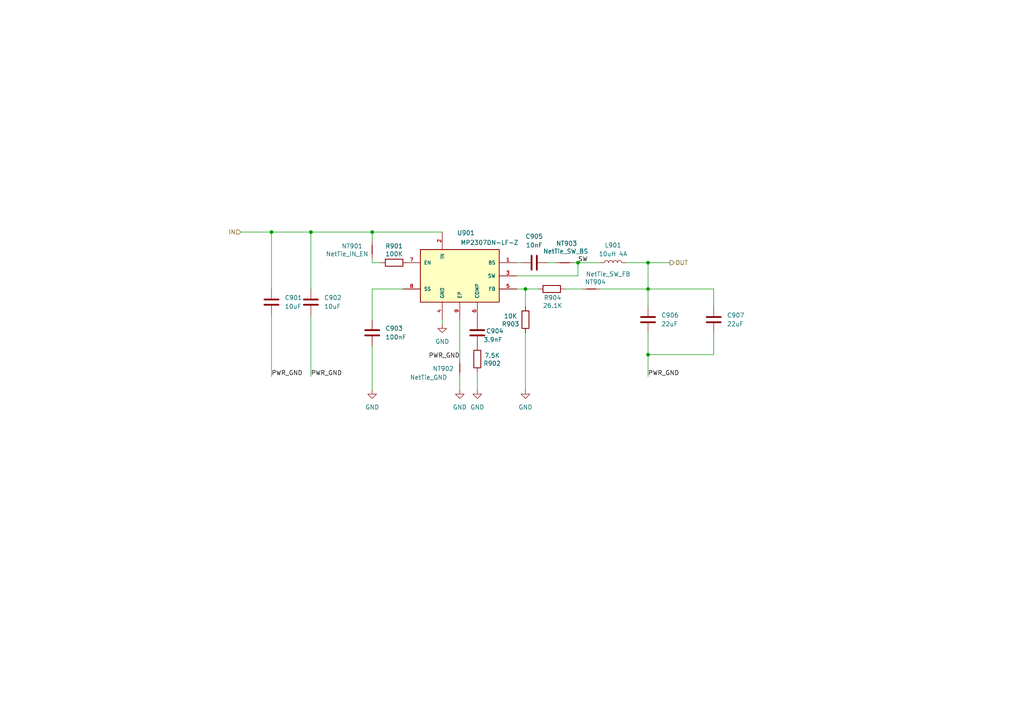
<source format=kicad_sch>
(kicad_sch (version 20250114) (generator "eeschema") (generator_version "9.0")
  (paper "A4")
  (lib_symbols
    (symbol "Device:C" (pin_numbers (hide yes)) (pin_names (offset 0.254))
      (property "Reference" "C" (at 0.635 2.54 0))
      (property "Value" "C" (at 0.635 -2.54 0))
      (symbol "C_0_1"
        (polyline (pts (xy -2.032 0.762) (xy 2.032 0.762)) (stroke (width 0.508)))
        (polyline (pts (xy -2.032 -0.762) (xy 2.032 -0.762)) (stroke (width 0.508)))
      )
      (symbol "C_1_1"
        (pin passive line (at 0 3.81 270) (length 2.794) (name "~") (number "1"))
        (pin passive line (at 0 -3.81 90) (length 2.794) (name "~") (number "2"))
      )
    )
    (symbol "Device:L" (pin_numbers (hide yes)) (pin_names (offset 1.016) (hide yes))
      (property "Reference" "L" (at -1.27 0 90))
      (property "Value" "L" (at 1.905 0 90))
      (symbol "L_0_1"
        (arc (start 0 2.54) (mid 0.6323 1.905) (end 0 1.27))
        (arc (start 0 1.27) (mid 0.6323 0.635) (end 0 0))
        (arc (start 0 0) (mid 0.6323 -0.635) (end 0 -1.27))
        (arc (start 0 -1.27) (mid 0.6323 -1.905) (end 0 -2.54))
      )
      (symbol "L_1_1"
        (pin passive line (at 0 3.81 270) (length 1.27) (name "1") (number "1"))
        (pin passive line (at 0 -3.81 90) (length 1.27) (name "2") (number "2"))
      )
    )
    (symbol "Device:NetTie_2" (pin_numbers (hide yes)) (pin_names (offset 0) (hide yes)) (in_bom no)
      (property "Reference" "NT" (at 0 1.27 0))
      (property "Value" "NetTie_2" (at 0 -1.27 0))
      (symbol "NetTie_2_0_1"
        (polyline (pts (xy -1.27 0) (xy 1.27 0)) (stroke (width 0.254)))
      )
      (symbol "NetTie_2_1_1"
        (pin passive line (at -2.54 0 0) (length 2.54) (name "1") (number "1"))
        (pin passive line (at 2.54 0 180) (length 2.54) (name "2") (number "2"))
      )
    )
    (symbol "Device:R" (pin_numbers (hide yes)) (pin_names (offset 0))
      (property "Reference" "R" (at 2.032 0 90))
      (property "Value" "R" (at 0 0 90))
      (symbol "R_0_1"
        (rectangle (start -1.016 -2.54) (end 1.016 2.54) (stroke (width 0.254)))
      )
      (symbol "R_1_1"
        (pin passive line (at 0 3.81 270) (length 1.27) (name "~") (number "1"))
        (pin passive line (at 0 -3.81 90) (length 1.27) (name "~") (number "2"))
      )
    )
    (symbol "NosLib:MP2307DN-LF-Z" (pin_names (offset 1.016))
      (property "Reference" "U" (at 0.762 11.43 0))
      (property "Value" "MP2307DN-LF-Z" (at 0.762 8.89 0))
      (symbol "MP2307DN-LF-Z_0_0"
        (rectangle (start -11.43 7.62) (end 11.43 -7.62) (stroke (width 0.254)) (fill (type background)))
        (pin input line (at -16.51 3.81 0) (length 5.08) (name "EN") (number "7"))
        (pin passive line (at -16.51 -3.81 0) (length 5.08) (name "SS") (number "8"))
        (pin power_in line (at -5.08 -12.7 90) (length 5.08) (name "GND") (number "4"))
        (pin passive line (at 5.08 -12.7 90) (length 5.08) (name "COMP") (number "6"))
        (pin passive line (at 16.51 3.81 180) (length 5.08) (name "BS") (number "1"))
        (pin output line (at 16.51 0 180) (length 5.08) (name "SW") (number "3"))
        (pin input line (at 16.51 -3.81 180) (length 5.08) (name "FB") (number "5"))
      )
      (symbol "MP2307DN-LF-Z_1_0"
        (pin power_in line (at -5.08 12.7 270) (length 5.08) (name "IN") (number "2"))
        (pin input line (at 0 -12.7 90) (length 5.08) (name "EP") (number "9"))
      )
    )
    (symbol "power:GND" (power) (pin_numbers (hide yes)) (pin_names (offset 0) (hide yes))
      (property "Value" "GND" (at 0 -3.81 0))
      (symbol "GND_0_1"
        (polyline (pts (xy 0 0) (xy 0 -1.27) (xy 1.27 -1.27) (xy 0 -2.54) (xy -1.27 -1.27) (xy 0 -1.27)))
      )
      (symbol "GND_1_1"
        (pin power_in line (at 0 0 270) (length 0) (name "~") (number "1"))
      )
    )
  )
  (junction (at 167.64 76.2))
  (junction (at 107.95 67.31))
  (junction (at 78.74 67.31))
  (junction (at 152.4 83.82))
  (junction (at 90.17 67.31))
  (junction (at 187.96 102.87))
  (junction (at 187.96 83.82))
  (junction (at 187.96 76.2))
  (wire (pts (xy 187.96 76.2) (xy 187.96 83.82)))
  (wire (pts (xy 69.85 67.31) (xy 78.74 67.31)))
  (wire (pts (xy 116.84 83.82) (xy 107.95 83.82)))
  (wire (pts (xy 78.74 109.22) (xy 78.74 91.44)))
  (wire (pts (xy 90.17 67.31) (xy 90.17 83.82)))
  (wire (pts (xy 187.96 102.87) (xy 207.01 102.87)))
  (wire (pts (xy 118.11 76.2) (xy 116.84 76.2)))
  (wire (pts (xy 207.01 96.52) (xy 207.01 102.87)))
  (wire (pts (xy 90.17 91.44) (xy 90.17 109.22)))
  (wire (pts (xy 181.61 76.2) (xy 187.96 76.2)))
  (wire (pts (xy 107.95 74.93) (xy 107.95 76.2)))
  (wire (pts (xy 133.35 92.71) (xy 133.35 104.14)))
  (wire (pts (xy 163.83 83.82) (xy 168.91 83.82)))
  (wire (pts (xy 166.37 76.2) (xy 167.64 76.2)))
  (wire (pts (xy 110.49 76.2) (xy 107.95 76.2)))
  (wire (pts (xy 187.96 96.52) (xy 187.96 102.87)))
  (wire (pts (xy 107.95 113.03) (xy 107.95 100.33)))
  (wire (pts (xy 107.95 67.31) (xy 107.95 69.85)))
  (wire (pts (xy 152.4 83.82) (xy 156.21 83.82)))
  (wire (pts (xy 90.17 67.31) (xy 107.95 67.31)))
  (wire (pts (xy 187.96 83.82) (xy 207.01 83.82)))
  (wire (pts (xy 149.86 83.82) (xy 152.4 83.82)))
  (wire (pts (xy 158.75 76.2) (xy 161.29 76.2)))
  (wire (pts (xy 138.43 113.03) (xy 138.43 107.95)))
  (wire (pts (xy 151.13 76.2) (xy 149.86 76.2)))
  (wire (pts (xy 167.64 76.2) (xy 167.64 80.01)))
  (wire (pts (xy 90.17 67.31) (xy 78.74 67.31)))
  (wire (pts (xy 152.4 83.82) (xy 152.4 88.9)))
  (wire (pts (xy 128.27 93.98) (xy 128.27 92.71)))
  (wire (pts (xy 173.99 83.82) (xy 187.96 83.82)))
  (wire (pts (xy 187.96 83.82) (xy 187.96 88.9)))
  (wire (pts (xy 107.95 83.82) (xy 107.95 92.71)))
  (wire (pts (xy 187.96 102.87) (xy 187.96 109.22)))
  (wire (pts (xy 133.35 109.22) (xy 133.35 113.03)))
  (wire (pts (xy 78.74 67.31) (xy 78.74 83.82)))
  (wire (pts (xy 149.86 80.01) (xy 167.64 80.01)))
  (wire (pts (xy 173.99 76.2) (xy 167.64 76.2)))
  (wire (pts (xy 207.01 83.82) (xy 207.01 88.9)))
  (wire (pts (xy 152.4 96.52) (xy 152.4 113.03)))
  (wire (pts (xy 107.95 67.31) (xy 128.27 67.31)))
  (wire (pts (xy 187.96 76.2) (xy 194.31 76.2)))
  (label "PWR_GND" (at 187.96 109.22 0))
  (label "PWR_GND" (at 90.17 109.22 0))
  (label "SW" (at 167.64 76.2 0))
  (label "PWR_GND" (at 133.35 104.14 180))
  (label "PWR_GND" (at 78.74 109.22 0))
  (hierarchical_label "IN" (shape input) (at 69.85 67.31 180))
  (hierarchical_label "OUT" (shape output) (at 194.31 76.2 0))
  (symbol (lib_id "Device:C") (at 138.43 96.52 0) (unit 1)
    (property "Reference" "C904" (at 140.97 96.012 0) (effects (justify left)))
    (property "Value" "3.9nF" (at 140.208 98.552 0) (effects (justify left)))
    (property "Footprint" "Capacitor_SMD:C_0805_2012Metric_Pad1.18x1.45mm_HandSolder" (effects (hide yes)))
    (property "Description" "Unpolarized capacitor" (effects (hide yes)))
  )
  (symbol (lib_id "power:GND") (at 133.35 113.03 0) (unit 1)
    (property "Reference" "#PWR0903" (effects (hide yes)))
    (property "Value" "GND" (at 133.35 118.11 0))
    (property "Description" "Power symbol creates a global label with name \"GND\" , ground" (effects (hide yes)))
  )
  (symbol (lib_id "Device:R") (at 114.3 76.2 90) (unit 1)
    (property "Reference" "R901" (at 114.3 71.374 90))
    (property "Value" "100K" (at 114.3 73.66 90))
    (property "Footprint" "Resistor_SMD:R_0603_1608Metric_Pad0.98x0.95mm_HandSolder" (effects (hide yes)))
    (property "Description" "Resistor" (effects (hide yes)))
  )
  (symbol (lib_id "power:GND") (at 128.27 93.98 0) (unit 1)
    (property "Reference" "#PWR0902" (effects (hide yes)))
    (property "Value" "GND" (at 128.27 99.06 0))
    (property "Description" "Power symbol creates a global label with name \"GND\" , ground" (effects (hide yes)))
  )
  (symbol (lib_id "power:GND") (at 107.95 113.03 0) (unit 1)
    (property "Reference" "#PWR0901" (effects (hide yes)))
    (property "Value" "GND" (at 107.95 118.11 0))
    (property "Description" "Power symbol creates a global label with name \"GND\" , ground" (effects (hide yes)))
  )
  (symbol (lib_id "Device:C") (at 154.94 76.2 90) (unit 1)
    (property "Reference" "C905" (at 154.94 68.58 90))
    (property "Value" "10nF" (at 154.94 71.12 90))
    (property "Footprint" "Capacitor_SMD:C_0603_1608Metric_Pad1.08x0.95mm_HandSolder" (effects (hide yes)))
    (property "Description" "Unpolarized capacitor" (effects (hide yes)))
  )
  (symbol (lib_id "Device:NetTie_2") (at 171.45 83.82 0) (unit 1) (in_bom no)
    (property "Reference" "NT904" (at 175.768 81.788 0) (effects (justify right)))
    (property "Value" "NetTie_SW_FB" (at 182.88 79.502 0) (effects (justify right)))
    (property "Footprint" "NetTie:NetTie-2_SMD_Pad0.5mm" (effects (hide yes)))
    (property "Description" "Net tie, 2 pins" (effects (hide yes)))
  )
  (symbol (lib_id "Device:C") (at 78.74 87.63 0) (unit 1)
    (property "Reference" "C901" (at 82.55 86.3599 0) (effects (justify left)))
    (property "Value" "10uF" (at 82.55 88.8999 0) (effects (justify left)))
    (property "Footprint" "Capacitor_SMD:C_0805_2012Metric_Pad1.18x1.45mm_HandSolder" (effects (hide yes)))
    (property "Description" "Unpolarized capacitor" (effects (hide yes)))
  )
  (symbol (lib_id "Device:L") (at 177.8 76.2 90) (unit 1)
    (property "Reference" "L901" (at 177.8 71.12 90))
    (property "Value" "10uH 4A" (at 177.8 73.66 90))
    (property "Footprint" "Inductor_SMD:L_6.3x6.3_H3" (effects (hide yes)))
    (property "Description" "Inductor" (effects (hide yes)))
  )
  (symbol (lib_id "Device:NetTie_2") (at 107.95 72.39 270) (unit 1) (in_bom no)
    (property "Reference" "NT901" (at 99.06 71.374 90) (effects (justify left)))
    (property "Value" "NetTie_IN_EN" (at 94.488 73.66 90) (effects (justify left)))
    (property "Footprint" "NetTie:NetTie-2_SMD_Pad0.5mm" (effects (hide yes)))
    (property "Description" "Net tie, 2 pins" (effects (hide yes)))
  )
  (symbol (lib_id "Device:R") (at 138.43 104.14 180) (unit 1)
    (property "Reference" "R902" (at 142.748 105.41 0))
    (property "Value" "7.5K" (at 142.748 103.124 0))
    (property "Footprint" "Resistor_SMD:R_0603_1608Metric_Pad0.98x0.95mm_HandSolder" (effects (hide yes)))
    (property "Description" "Resistor" (effects (hide yes)))
  )
  (symbol (lib_id "Device:R") (at 152.4 92.71 180) (unit 1)
    (property "Reference" "R903" (at 148.082 93.98 0))
    (property "Value" "10K" (at 148.082 91.694 0))
    (property "Footprint" "Resistor_SMD:R_0603_1608Metric_Pad0.98x0.95mm_HandSolder" (effects (hide yes)))
    (property "Description" "Resistor" (effects (hide yes)))
  )
  (symbol (lib_id "power:GND") (at 152.4 113.03 0) (unit 1)
    (property "Reference" "#PWR0905" (effects (hide yes)))
    (property "Value" "GND" (at 152.4 118.11 0))
    (property "Description" "Power symbol creates a global label with name \"GND\" , ground" (effects (hide yes)))
  )
  (symbol (lib_id "Device:NetTie_2") (at 133.35 106.68 90) (unit 1) (in_bom no)
    (property "Reference" "NT902" (at 125.476 106.934 90) (effects (justify right)))
    (property "Value" "NetTie_GND" (at 118.872 109.474 90) (effects (justify right)))
    (property "Footprint" "NetTie:NetTie-2_SMD_Pad0.5mm" (effects (hide yes)))
    (property "Description" "Net tie, 2 pins" (effects (hide yes)))
  )
  (symbol (lib_id "Device:C") (at 90.17 87.63 0) (unit 1)
    (property "Reference" "C902" (at 93.98 86.3599 0) (effects (justify left)))
    (property "Value" "10uF" (at 93.98 88.8999 0) (effects (justify left)))
    (property "Footprint" "Capacitor_SMD:C_0805_2012Metric_Pad1.18x1.45mm_HandSolder" (effects (hide yes)))
    (property "Description" "Unpolarized capacitor" (effects (hide yes)))
  )
  (symbol (lib_id "power:GND") (at 138.43 113.03 0) (unit 1)
    (property "Reference" "#PWR0904" (effects (hide yes)))
    (property "Value" "GND" (at 138.43 118.11 0))
    (property "Description" "Power symbol creates a global label with name \"GND\" , ground" (effects (hide yes)))
  )
  (symbol (lib_id "Device:C") (at 207.01 92.71 0) (unit 1)
    (property "Reference" "C907" (at 210.82 91.4399 0) (effects (justify left)))
    (property "Value" "22uF" (at 210.82 93.9799 0) (effects (justify left)))
    (property "Footprint" "Capacitor_SMD:C_0805_2012Metric_Pad1.18x1.45mm_HandSolder" (effects (hide yes)))
    (property "Description" "Unpolarized capacitor" (effects (hide yes)))
  )
  (symbol (lib_id "Device:C") (at 107.95 96.52 0) (unit 1)
    (property "Reference" "C903" (at 111.76 95.2499 0) (effects (justify left)))
    (property "Value" "100nF" (at 111.76 97.7899 0) (effects (justify left)))
    (property "Footprint" "Capacitor_SMD:C_0603_1608Metric_Pad1.08x0.95mm_HandSolder" (effects (hide yes)))
    (property "Description" "Unpolarized capacitor" (effects (hide yes)))
  )
  (symbol (lib_id "Device:C") (at 187.96 92.71 0) (unit 1)
    (property "Reference" "C906" (at 191.77 91.4399 0) (effects (justify left)))
    (property "Value" "22uF" (at 191.77 93.9799 0) (effects (justify left)))
    (property "Footprint" "Capacitor_SMD:C_0805_2012Metric_Pad1.18x1.45mm_HandSolder" (effects (hide yes)))
    (property "Description" "Unpolarized capacitor" (effects (hide yes)))
  )
  (symbol (lib_id "NosLib:MP2307DN-LF-Z") (at 133.35 80.01 0) (unit 1)
    (property "Reference" "U901" (at 135.128 67.564 0))
    (property "Value" "MP2307DN-LF-Z" (at 141.986 70.358 0))
    (property "Footprint" "NosLib:SOIC-8-1EP_3.9x4.9mm_P1.27mm_EP2.29x3mm_ThermalVias" (effects (hide yes)))
    (property "Datasheet" "https://datasheet4u.com/pdf-down/M/P/2/MP2307-MPS.pdf" (effects (hide yes)))
    (property "Description" "Buck Switching Regulator IC Positive Adjustable 0.925V 1 Output 3A 8-SOIC (0.154, 3.90mm Width) Exposed Pad" (effects (hide yes)))
  )
  (symbol (lib_id "Device:NetTie_2") (at 163.83 76.2 0) (unit 1) (in_bom no)
    (property "Reference" "NT903" (at 164.338 70.612 0))
    (property "Value" "NetTie_SW_BS" (at 164.084 72.898 0))
    (property "Footprint" "NetTie:NetTie-2_SMD_Pad0.5mm" (effects (hide yes)))
    (property "Description" "Net tie, 2 pins" (effects (hide yes)))
  )
  (symbol (lib_id "Device:R") (at 160.02 83.82 90) (unit 1)
    (property "Reference" "R904" (at 160.274 86.36 90))
    (property "Value" "26.1K" (at 160.274 88.646 90))
    (property "Footprint" "Resistor_SMD:R_0603_1608Metric_Pad0.98x0.95mm_HandSolder" (effects (hide yes)))
    (property "Description" "Resistor" (effects (hide yes)))
  )
)
</source>
